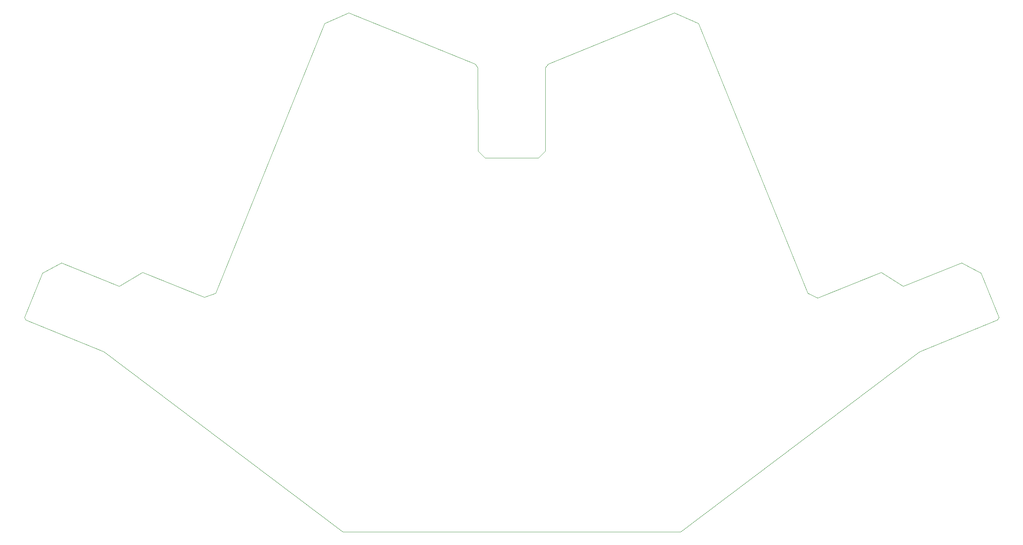
<source format=gbr>
G04 #@! TF.GenerationSoftware,KiCad,Pcbnew,(5.1.4)-1*
G04 #@! TF.CreationDate,2023-05-25T13:23:40-04:00*
G04 #@! TF.ProjectId,ThumbsUp,5468756d-6273-4557-902e-6b696361645f,rev?*
G04 #@! TF.SameCoordinates,Original*
G04 #@! TF.FileFunction,Profile,NP*
%FSLAX46Y46*%
G04 Gerber Fmt 4.6, Leading zero omitted, Abs format (unit mm)*
G04 Created by KiCad (PCBNEW (5.1.4)-1) date 2023-05-25 13:23:40*
%MOMM*%
%LPD*%
G04 APERTURE LIST*
%ADD10C,0.050000*%
G04 APERTURE END LIST*
D10*
X71330000Y-27370000D02*
X56990000Y-21580000D01*
X51620000Y-24790000D02*
X38250000Y-19400000D01*
X228090000Y-21550000D02*
X213410000Y-27480000D01*
X246720000Y-19380000D02*
X233190000Y-24840000D01*
X117994823Y33179110D02*
X134025000Y26700000D01*
X141500000Y-81700000D02*
X143500000Y-81700000D01*
X142100000Y4900000D02*
X142900000Y4900000D01*
X150315867Y25800000D02*
X150975000Y26700000D01*
X148700000Y4900000D02*
X150300000Y6500000D01*
X148700000Y4900000D02*
X142900000Y4900000D01*
X150315867Y25800000D02*
X150300000Y6500000D01*
X181609192Y-81716377D02*
X143500000Y-81700000D01*
X255067676Y-32623597D02*
X236987591Y-39928425D01*
X255343965Y-31972702D02*
X255067676Y-32623597D01*
X167005177Y33179110D02*
X150975000Y26700000D01*
X181609192Y-81716377D02*
X236987591Y-39928425D01*
X167005177Y33179110D02*
X180200000Y38500000D01*
X255343965Y-31972702D02*
X251223292Y-21773679D01*
X29656035Y-31972702D02*
X33776708Y-21773679D01*
X51620000Y-24790000D02*
X56990000Y-21580000D01*
X38250000Y-19400000D02*
X33776708Y-21773679D01*
X117994823Y33179110D02*
X104800000Y38500000D01*
X136300000Y4900000D02*
X134700000Y6500000D01*
X29932324Y-32623597D02*
X48012409Y-39928425D01*
X73900000Y-26400000D02*
X99200000Y36100000D01*
X103390808Y-81716377D02*
X48012409Y-39928425D01*
X73900000Y-26400000D02*
X71330000Y-27370000D01*
X136300000Y4900000D02*
X142100000Y4900000D01*
X29656035Y-31972702D02*
X29932324Y-32623597D01*
X211100000Y-26400000D02*
X213410000Y-27480000D01*
X99200000Y36100000D02*
X104800000Y38500000D01*
X134684133Y25800000D02*
X134700000Y6500000D01*
X103390808Y-81716377D02*
X141500000Y-81700000D01*
X134684133Y25800000D02*
X134025000Y26700000D01*
X185800000Y36100000D02*
X180200000Y38500000D01*
X211100000Y-26400000D02*
X185800000Y36100000D01*
X233190000Y-24840000D02*
X228090000Y-21550000D01*
X246720000Y-19380000D02*
X251223292Y-21773679D01*
M02*

</source>
